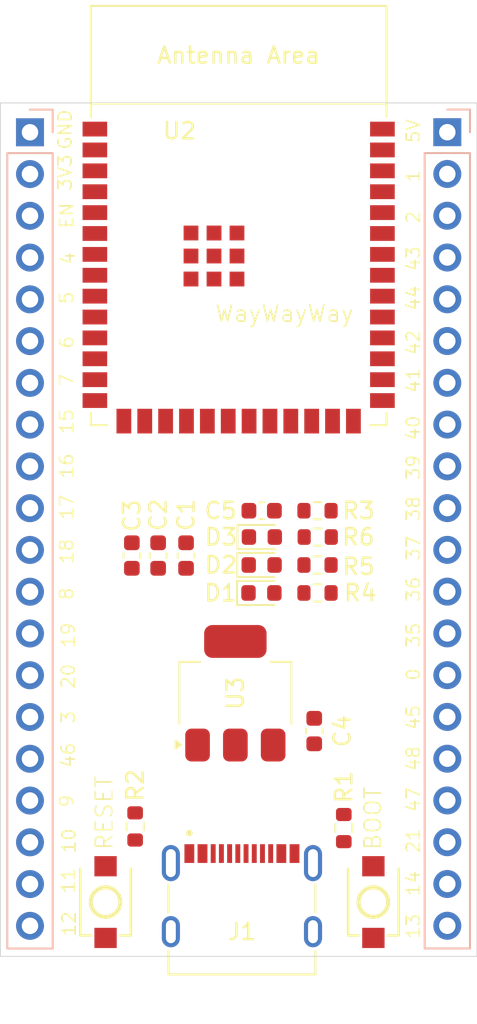
<source format=kicad_pcb>
(kicad_pcb (version 20241229) (generator "pcbnew") (generator_version "9.0")
  (layers (0 "F.Cu" signal) (2 "B.Cu" signal) (13 "F.Paste" user) (15 "B.Paste" user) (5 "F.SilkS" user "F.Silkscreen") (7 "B.SilkS" user "B.Silkscreen") (1 "F.Mask" user) (3 "B.Mask" user) (25 "Edge.Cuts" user))
  (net 0 "")
  (net 1 "GND")
  (net 2 "+3V3")
  (net 3 "+5V")
  (net 4 "EN")
  (net 6 "D-")
  (net 7 "Net-(J1-CC1)")
  (net 8 "D+")
  (net 9 "Net-(J1-CC2)")
  (net 11 "GPIO11")
  (net 12 "GPIO46")
  (net 13 "GPIO10")
  (net 14 "GPIO6")
  (net 15 "GPIO9")
  (net 16 "GPIO5")
  (net 17 "GPIO12")
  (net 18 "GPIO18")
  (net 19 "GPIO16")
  (net 20 "GPIO15")
  (net 21 "GPIO7")
  (net 22 "GPIO8")
  (net 23 "GPIO4")
  (net 24 "GPIO3")
  (net 25 "GPIO17")
  (net 26 "GPIO40")
  (net 27 "GPIO45")
  (net 28 "GPIO41")
  (net 29 "GPIO0")
  (net 30 "GPIO38")
  (net 31 "GPIO2")
  (net 32 "GPIO39")
  (net 33 "GPIO36")
  (net 34 "GPIO47")
  (net 35 "GPIO35")
  (net 36 "GPIO13")
  (net 37 "GPIO44")
  (net 38 "GPIO14")
  (net 39 "GPIO37")
  (net 40 "GPIO1")
  (net 41 "GPIO21")
  (net 42 "GPIO48")
  (net 43 "GPIO42")
  (net 44 "GPIO43")
  (net 45 "Net-(D1-A)")
  (net 46 "Net-(D2-A)")
  (net 47 "Net-(D3-A)")
  (footprint "Resistor_SMD:R_0603_1608Metric" (layer "F.Cu") (at 133.4 85.5 -90)
    (property "Reference" "R1" (at -2.5 0 90) (layer "F.SilkS"))
    (property "Value" "5.1K")
    (fp_line (start -0.237258 0.5225) (end 0.237258 0.5225) (stroke (width 0.12)) (layer "F.SilkS"))
    (fp_line (start -0.237258 -0.5225) (end 0.237258 -0.5225) (stroke (width 0.12)) (layer "F.SilkS"))
    (pad "1" smd roundrect (at -0.825 0 270) (size 0.8 0.95) (layers "F.Cu" "F.Mask" "F.Paste") (net 9 "Net-(J1-CC2)"))
    (pad "2" smd roundrect (at 0.825 0 270) (size 0.8 0.95) (layers "F.Cu" "F.Mask" "F.Paste") (net 1 "GND"))
  )
  (footprint "easyeda2kicad:SW-SMD_L3.9-W3.0-P4.45" (layer "F.Cu") (at 135.2 90 90)
    (property "Reference" "SW2" (hide yes))
    (property "Value" "TS-1088-AR02016")
    (fp_line (start 2.03 -1.54) (end -2.03 -1.54) (stroke (width 0.15)) (layer "F.SilkS"))
    (fp_line (start -2.03 -1.54) (end -2.03 -0.88) (stroke (width 0.15)) (layer "F.SilkS"))
    (fp_line (start 2.03 1.54) (end -2.03 1.54) (stroke (width 0.15)) (layer "F.SilkS"))
    (fp_line (start -2.03 1.54) (end -2.03 0.88) (stroke (width 0.15)) (layer "F.SilkS"))
    (fp_circle (center 0 0) (end 0.9 0) (stroke (width 0.25)) (fill no) (layer "F.SilkS"))
    (pad "1" smd rect (at -2.18 0 90) (size 1.23 1.36) (layers "F.Cu" "F.Mask" "F.Paste") (net 1 "GND"))
    (pad "2" smd rect (at 2.18 0 90) (size 1.23 1.36) (layers "F.Cu" "F.Mask" "F.Paste") (net 29 "GPIO0"))
  )
  (footprint "LED_SMD:LED_0603_1608Metric" (layer "F.Cu") (at 128.4125 67.8)
    (property "Reference" "D3" (at -2.4875 0 0) (layer "F.SilkS"))
    (property "Value" "BLUE")
    (fp_line (start -1.485 -0.735) (end -1.485 0.735) (stroke (width 0.12)) (layer "F.SilkS"))
    (fp_line (start -1.485 0.735) (end 0.8 0.735) (stroke (width 0.12)) (layer "F.SilkS"))
    (fp_line (start 0.8 -0.735) (end -1.485 -0.735) (stroke (width 0.12)) (layer "F.SilkS"))
    (pad "1" smd roundrect (at -0.7875 0) (size 0.875 0.95) (layers "F.Cu" "F.Mask" "F.Paste") (net 1 "GND"))
    (pad "2" smd roundrect (at 0.7875 0) (size 0.875 0.95) (layers "F.Cu" "F.Mask" "F.Paste") (net 47 "Net-(D3-A)"))
  )
  (footprint "Capacitor_SMD:C_0603_1608Metric" (layer "F.Cu") (at 120.5 68.925 -90)
    (property "Reference" "C3" (at -2.425 0 90) (layer "F.SilkS"))
    (property "Value" "100n")
    (fp_line (start -0.14058 0.51) (end 0.14058 0.51) (stroke (width 0.12)) (layer "F.SilkS"))
    (fp_line (start -0.14058 -0.51) (end 0.14058 -0.51) (stroke (width 0.12)) (layer "F.SilkS"))
    (pad "1" smd roundrect (at -0.775 0 270) (size 0.9 0.95) (layers "F.Cu" "F.Mask" "F.Paste") (net 2 "+3V3"))
    (pad "2" smd roundrect (at 0.775 0 270) (size 0.9 0.95) (layers "F.Cu" "F.Mask" "F.Paste") (net 1 "GND"))
  )
  (footprint "TYPE-C-31-M-12:HRO_TYPE-C-31-M-12" (layer "F.Cu") (at 127.2 91.8)
    (property "Reference" "J1" (at 0 0 0) (layer "F.SilkS"))
    (property "Value" "TYPE-C-31-M-12")
    (fp_line (start -4.47 -2.85) (end -4.47 -1.17) (stroke (width 0.127)) (layer "F.SilkS"))
    (fp_line (start -4.47 2.6) (end -4.47 1.17) (stroke (width 0.127)) (layer "F.SilkS"))
    (fp_line (start -4.47 2.6) (end 4.47 2.6) (stroke (width 0.127)) (layer "F.SilkS"))
    (fp_line (start 4.47 -2.85) (end 4.47 -1.17) (stroke (width 0.127)) (layer "F.SilkS"))
    (fp_line (start 4.47 2.6) (end 4.47 1.17) (stroke (width 0.127)) (layer "F.SilkS"))
    (fp_circle (center -3.2 -6) (end -3.1 -6) (stroke (width 0.2)) (fill no) (layer "F.SilkS"))
    (pad "" np_thru_hole circle (at -2.89 -3.68) (size 0.6 0.6) (drill 0.6) (layers "*.Cu" "*.Mask") (clearance 0.2))
    (pad "" np_thru_hole circle (at 2.89 -3.68) (size 0.6 0.6) (drill 0.6) (layers "*.Cu" "*.Mask") (clearance 0.2))
    (pad "A1_B12" smd rect (at -3.2 -4.75) (size 0.6 1.14) (layers "F.Cu" "F.Paste") (net 1 "GND") (clearance 0.2))
    (pad "A4_B9" smd rect (at -2.4 -4.75) (size 0.6 1.14) (layers "F.Cu" "F.Paste") (net 3 "+5V") (clearance 0.2))
    (pad "A5" smd rect (at -1.25 -4.75) (size 0.3 1.14) (layers "F.Cu" "F.Paste") (net 7 "Net-(J1-CC1)"))
    (pad "A6" smd rect (at -0.25 -4.75) (size 0.3 1.14) (layers "F.Cu" "F.Paste") (net 8 "D+"))
    (pad "A7" smd rect (at 0.25 -4.75) (size 0.3 1.14) (layers "F.Cu" "F.Paste") (net 6 "D-"))
    (pad "A8" smd rect (at 1.25 -4.75) (size 0.3 1.14) (layers "F.Cu" "F.Paste"))
    (pad "B1_A12" smd rect (at 3.2 -4.75) (size 0.6 1.14) (layers "F.Cu" "F.Paste") (net 1 "GND") (clearance 0.2))
    (pad "B4_A9" smd rect (at 2.4 -4.75) (size 0.6 1.14) (layers "F.Cu" "F.Paste") (net 3 "+5V") (clearance 0.2))
    (pad "B5" smd rect (at 1.75 -4.75) (size 0.3 1.14) (layers "F.Cu" "F.Paste") (net 9 "Net-(J1-CC2)"))
    (pad "B6" smd rect (at 0.75 -4.75) (size 0.3 1.14) (layers "F.Cu" "F.Paste") (net 8 "D+"))
    (pad "B7" smd rect (at -0.75 -4.75) (size 0.3 1.14) (layers "F.Cu" "F.Paste") (net 6 "D-"))
    (pad "B8" smd rect (at -1.75 -4.75) (size 0.3 1.14) (layers "F.Cu" "F.Paste"))
    (pad "S1" thru_hole oval (at -4.325 -4.17) (size 1.1 2.2) (drill oval 0.6 1.7) (layers "*.Cu" "*.Mask") (net 1 "GND"))
    (pad "S2" thru_hole oval (at 4.325 -4.17) (size 1.1 2.2) (drill oval 0.6 1.7) (layers "*.Cu" "*.Mask") (net 1 "GND"))
    (pad "S3" thru_hole oval (at -4.325 0) (size 1.1 1.9) (drill oval 0.6 1.4) (layers "*.Cu" "*.Mask") (net 1 "GND"))
    (pad "S4" thru_hole oval (at 4.325 0) (size 1.1 1.9) (drill oval 0.6 1.4) (layers "*.Cu" "*.Mask") (net 1 "GND"))
  )
  (footprint "LED_SMD:LED_0603_1608Metric" (layer "F.Cu") (at 128.4 69.5)
    (property "Reference" "D2" (at -2.475 0 0) (layer "F.SilkS"))
    (property "Value" "GREEN")
    (fp_line (start -1.485 -0.735) (end -1.485 0.735) (stroke (width 0.12)) (layer "F.SilkS"))
    (fp_line (start -1.485 0.735) (end 0.8 0.735) (stroke (width 0.12)) (layer "F.SilkS"))
    (fp_line (start 0.8 -0.735) (end -1.485 -0.735) (stroke (width 0.12)) (layer "F.SilkS"))
    (pad "1" smd roundrect (at -0.7875 0) (size 0.875 0.95) (layers "F.Cu" "F.Mask" "F.Paste") (net 1 "GND"))
    (pad "2" smd roundrect (at 0.7875 0) (size 0.875 0.95) (layers "F.Cu" "F.Mask" "F.Paste") (net 46 "Net-(D2-A)"))
  )
  (footprint "Package_TO_SOT_SMD:SOT-223-3_TabPin2" (layer "F.Cu") (at 126.8 77.3 90)
    (property "Reference" "U3" (at 0 0 90) (layer "F.SilkS"))
    (property "Value" "LD1117S33TR_SOT223")
    (fp_line (start 1.91 -3.41) (end 1.91 -2.15) (stroke (width 0.12)) (layer "F.SilkS"))
    (fp_line (start -1.85 -3.41) (end 1.91 -3.41) (stroke (width 0.12)) (layer "F.SilkS"))
    (fp_line (start 1.91 3.41) (end 1.91 2.15) (stroke (width 0.12)) (layer "F.SilkS"))
    (fp_line (start -1.85 3.41) (end 1.91 3.41) (stroke (width 0.12)) (layer "F.SilkS"))
    (fp_poly (pts (xy -3.13 -3.31) (xy -3.37 -3.64) (xy -2.89 -3.64) (xy -3.13 -3.31)) (stroke (width 0.12)) (fill yes) (layer "F.SilkS"))
    (pad "1" smd roundrect (at -3.15 -2.3 90) (size 2 1.5) (layers "F.Cu" "F.Mask" "F.Paste") (net 1 "GND"))
    (pad "2" smd roundrect (at -3.15 0 90) (size 2 1.5) (layers "F.Cu" "F.Mask" "F.Paste") (net 2 "+3V3"))
    (pad "2" smd roundrect (at 3.15 0 90) (size 2 3.8) (layers "F.Cu" "F.Mask" "F.Paste") (net 2 "+3V3"))
    (pad "3" smd roundrect (at -3.15 2.3 90) (size 2 1.5) (layers "F.Cu" "F.Mask" "F.Paste") (net 3 "+5V"))
  )
  (footprint "Capacitor_SMD:C_0603_1608Metric" (layer "F.Cu") (at 128.4 66.2 180)
    (property "Reference" "C5" (at 2.5 0 0) (layer "F.SilkS"))
    (property "Value" "10u")
    (fp_line (start -0.14058 0.51) (end 0.14058 0.51) (stroke (width 0.12)) (layer "F.SilkS"))
    (fp_line (start -0.14058 -0.51) (end 0.14058 -0.51) (stroke (width 0.12)) (layer "F.SilkS"))
    (pad "1" smd roundrect (at -0.775 0 180) (size 0.9 0.95) (layers "F.Cu" "F.Mask" "F.Paste") (net 4 "EN"))
    (pad "2" smd roundrect (at 0.775 0 180) (size 0.9 0.95) (layers "F.Cu" "F.Mask" "F.Paste") (net 1 "GND"))
  )
  (footprint "Capacitor_SMD:C_0603_1608Metric" (layer "F.Cu") (at 122.1 68.925 -90)
    (property "Reference" "C2" (at -2.475 0 90) (layer "F.SilkS"))
    (property "Value" "22u")
    (fp_line (start -0.14058 0.51) (end 0.14058 0.51) (stroke (width 0.12)) (layer "F.SilkS"))
    (fp_line (start -0.14058 -0.51) (end 0.14058 -0.51) (stroke (width 0.12)) (layer "F.SilkS"))
    (pad "1" smd roundrect (at -0.775 0 270) (size 0.9 0.95) (layers "F.Cu" "F.Mask" "F.Paste") (net 2 "+3V3"))
    (pad "2" smd roundrect (at 0.775 0 270) (size 0.9 0.95) (layers "F.Cu" "F.Mask" "F.Paste") (net 1 "GND"))
  )
  (footprint "Resistor_SMD:R_0603_1608Metric" (layer "F.Cu") (at 131.8 69.5 180)
    (property "Reference" "R5" (at -2.5 -0.1 0) (layer "F.SilkS"))
    (property "Value" "5.1K")
    (fp_line (start -0.237258 0.5225) (end 0.237258 0.5225) (stroke (width 0.12)) (layer "F.SilkS"))
    (fp_line (start -0.237258 -0.5225) (end 0.237258 -0.5225) (stroke (width 0.12)) (layer "F.SilkS"))
    (pad "1" smd roundrect (at -0.825 0 180) (size 0.8 0.95) (layers "F.Cu" "F.Mask" "F.Paste") (net 2 "+3V3"))
    (pad "2" smd roundrect (at 0.825 0 180) (size 0.8 0.95) (layers "F.Cu" "F.Mask" "F.Paste") (net 46 "Net-(D2-A)"))
  )
  (footprint "Resistor_SMD:R_0603_1608Metric" (layer "F.Cu") (at 131.8125 67.8 180)
    (property "Reference" "R6" (at -2.475 0 0) (layer "F.SilkS"))
    (property "Value" "5.1K")
    (fp_line (start -0.237258 0.5225) (end 0.237258 0.5225) (stroke (width 0.12)) (layer "F.SilkS"))
    (fp_line (start -0.237258 -0.5225) (end 0.237258 -0.5225) (stroke (width 0.12)) (layer "F.SilkS"))
    (pad "1" smd roundrect (at -0.825 0 180) (size 0.8 0.95) (layers "F.Cu" "F.Mask" "F.Paste") (net 41 "GPIO21"))
    (pad "2" smd roundrect (at 0.825 0 180) (size 0.8 0.95) (layers "F.Cu" "F.Mask" "F.Paste") (net 47 "Net-(D3-A)"))
  )
  (footprint "easyeda2kicad:SW-SMD_L3.9-W3.0-P4.45" (layer "F.Cu") (at 118.9 90 90)
    (property "Reference" "SW1" (hide yes))
    (property "Value" "TS-1088-AR02016")
    (fp_line (start 2.03 -1.54) (end -2.03 -1.54) (stroke (width 0.15)) (layer "F.SilkS"))
    (fp_line (start -2.03 -1.54) (end -2.03 -0.88) (stroke (width 0.15)) (layer "F.SilkS"))
    (fp_line (start 2.03 1.54) (end -2.03 1.54) (stroke (width 0.15)) (layer "F.SilkS"))
    (fp_line (start -2.03 1.54) (end -2.03 0.88) (stroke (width 0.15)) (layer "F.SilkS"))
    (fp_circle (center 0 0) (end 0.9 0) (stroke (width 0.25)) (fill no) (layer "F.SilkS"))
    (pad "1" smd rect (at -2.18 0 90) (size 1.23 1.36) (layers "F.Cu" "F.Mask" "F.Paste") (net 1 "GND"))
    (pad "2" smd rect (at 2.18 0 90) (size 1.23 1.36) (layers "F.Cu" "F.Mask" "F.Paste") (net 4 "EN"))
  )
  (footprint "PCM_Espressif:ESP32-S3-WROOM-1" (layer "F.Cu") (at 127 51.25)
    (property "Reference" "U2" (at -3.6 -8.15 0) (layer "F.SilkS"))
    (property "Value" "ESP32-S3-WROOM-1")
    (fp_line (start -9 -15.75) (end -9 -9) (stroke (width 0.12)) (layer "F.SilkS"))
    (fp_line (start -9 -15.75) (end 9 -15.75) (stroke (width 0.12)) (layer "F.SilkS"))
    (fp_line (start -9 9) (end -9 9.75) (stroke (width 0.12)) (layer "F.SilkS"))
    (fp_line (start -9 9.75) (end -8 9.75) (stroke (width 0.12)) (layer "F.SilkS"))
    (fp_line (start 9 -15.75) (end 9 -9) (stroke (width 0.12)) (layer "F.SilkS"))
    (fp_line (start 9 -9.81) (end -9 -9.81) (stroke (width 0.12)) (layer "F.SilkS"))
    (fp_line (start 9 9) (end 9 9.75) (stroke (width 0.12)) (layer "F.SilkS"))
    (fp_line (start 9 9.75) (end 8 9.75) (stroke (width 0.12)) (layer "F.SilkS"))
    (fp_text user "Antenna Area" (at 0 -12.75 0) (layer "F.SilkS"))
    (pad "1" smd rect (at -8.75 -8.26) (size 1.5 0.9) (layers "F.Cu" "F.Mask" "F.Paste") (net 1 "GND"))
    (pad "2" smd rect (at -8.75 -6.99) (size 1.5 0.9) (layers "F.Cu" "F.Mask" "F.Paste") (net 2 "+3V3"))
    (pad "3" smd rect (at -8.75 -5.72) (size 1.5 0.9) (layers "F.Cu" "F.Mask" "F.Paste") (net 4 "EN"))
    (pad "4" smd rect (at -8.75 -4.45) (size 1.5 0.9) (layers "F.Cu" "F.Mask" "F.Paste") (net 23 "GPIO4"))
    (pad "5" smd rect (at -8.75 -3.18) (size 1.5 0.9) (layers "F.Cu" "F.Mask" "F.Paste") (net 16 "GPIO5"))
    (pad "6" smd rect (at -8.75 -1.91) (size 1.5 0.9) (layers "F.Cu" "F.Mask" "F.Paste") (net 14 "GPIO6"))
    (pad "7" smd rect (at -8.75 -0.64) (size 1.5 0.9) (layers "F.Cu" "F.Mask" "F.Paste") (net 21 "GPIO7"))
    (pad "8" smd rect (at -8.75 0.63) (size 1.5 0.9) (layers "F.Cu" "F.Mask" "F.Paste") (net 20 "GPIO15"))
    (pad "9" smd rect (at -8.75 1.9) (size 1.5 0.9) (layers "F.Cu" "F.Mask" "F.Paste") (net 19 "GPIO16"))
    (pad "10" smd rect (at -8.75 3.17) (size 1.5 0.9) (layers "F.Cu" "F.Mask" "F.Paste") (net 25 "GPIO17"))
    (pad "11" smd rect (at -8.75 4.44) (size 1.5 0.9) (layers "F.Cu" "F.Mask" "F.Paste") (net 18 "GPIO18"))
    (pad "12" smd rect (at -8.75 5.71) (size 1.5 0.9) (layers "F.Cu" "F.Mask" "F.Paste") (net 22 "GPIO8"))
    (pad "13" smd rect (at -8.75 6.98) (size 1.5 0.9) (layers "F.Cu" "F.Mask" "F.Paste") (net 6 "D-"))
    (pad "14" smd rect (at -8.75 8.25) (size 1.5 0.9) (layers "F.Cu" "F.Mask" "F.Paste") (net 8 "D+"))
    (pad "15" smd rect (at -6.985 9.5 90) (size 1.5 0.9) (layers "F.Cu" "F.Mask" "F.Paste") (net 24 "GPIO3"))
    (pad "16" smd rect (at -5.715 9.5 90) (size 1.5 0.9) (layers "F.Cu" "F.Mask" "F.Paste") (net 12 "GPIO46"))
    (pad "17" smd rect (at -4.445 9.5 90) (size 1.5 0.9) (layers "F.Cu" "F.Mask" "F.Paste") (net 15 "GPIO9"))
    (pad "18" smd rect (at -3.175 9.5 90) (size 1.5 0.9) (layers "F.Cu" "F.Mask" "F.Paste") (net 13 "GPIO10"))
    (pad "19" smd rect (at -1.905 9.5 90) (size 1.5 0.9) (layers "F.Cu" "F.Mask" "F.Paste") (net 11 "GPIO11"))
    (pad "20" smd rect (at -0.635 9.5 90) (size 1.5 0.9) (layers "F.Cu" "F.Mask" "F.Paste") (net 17 "GPIO12"))
    (pad "21" smd rect (at 0.635 9.5 90) (size 1.5 0.9) (layers "F.Cu" "F.Mask" "F.Paste") (net 36 "GPIO13"))
    (pad "22" smd rect (at 1.905 9.5 90) (size 1.5 0.9) (layers "F.Cu" "F.Mask" "F.Paste") (net 38 "GPIO14"))
    (pad "23" smd rect (at 3.175 9.5 90) (size 1.5 0.9) (layers "F.Cu" "F.Mask" "F.Paste") (net 41 "GPIO21"))
    (pad "24" smd rect (at 4.445 9.5 90) (size 1.5 0.9) (layers "F.Cu" "F.Mask" "F.Paste") (net 34 "GPIO47"))
    (pad "25" smd rect (at 5.715 9.5 90) (size 1.5 0.9) (layers "F.Cu" "F.Mask" "F.Paste") (net 42 "GPIO48"))
    (pad "26" smd rect (at 6.985 9.5 90) (size 1.5 0.9) (layers "F.Cu" "F.Mask" "F.Paste") (net 27 "GPIO45"))
    (pad "27" smd rect (at 8.75 8.25 180) (size 1.5 0.9) (layers "F.Cu" "F.Mask" "F.Paste") (net 29 "GPIO0"))
    (pad "28" smd rect (at 8.75 6.98 180) (size 1.5 0.9) (layers "F.Cu" "F.Mask" "F.Paste") (net 35 "GPIO35"))
    (pad "29" smd rect (at 8.75 5.71 180) (size 1.5 0.9) (layers "F.Cu" "F.Mask" "F.Paste") (net 33 "GPIO36"))
    (pad "30" smd rect (at 8.75 4.44 180) (size 1.5 0.9) (layers "F.Cu" "F.Mask" "F.Paste") (net 39 "GPIO37"))
    (pad "31" smd rect (at 8.75 3.17 180) (size 1.5 0.9) (layers "F.Cu" "F.Mask" "F.Paste") (net 30 "GPIO38"))
    (pad "32" smd rect (at 8.75 1.9 180) (size 1.5 0.9) (layers "F.Cu" "F.Mask" "F.Paste") (net 32 "GPIO39"))
    (pad "33" smd rect (at 8.75 0.63 180) (size 1.5 0.9) (layers "F.Cu" "F.Mask" "F.Paste") (net 26 "GPIO40"))
    (pad "34" smd rect (at 8.75 -0.64 180) (size 1.5 0.9) (layers "F.Cu" "F.Mask" "F.Paste") (net 28 "GPIO41"))
    (pad "35" smd rect (at 8.75 -1.91 180) (size 1.5 0.9) (layers "F.Cu" "F.Mask" "F.Paste") (net 43 "GPIO42"))
    (pad "36" smd rect (at 8.75 -3.18 180) (size 1.5 0.9) (layers "F.Cu" "F.Mask" "F.Paste") (net 37 "GPIO44"))
    (pad "37" smd rect (at 8.75 -4.45 180) (size 1.5 0.9) (layers "F.Cu" "F.Mask" "F.Paste") (net 44 "GPIO43"))
    (pad "38" smd rect (at 8.75 -5.72 180) (size 1.5 0.9) (layers "F.Cu" "F.Mask" "F.Paste") (net 31 "GPIO2"))
    (pad "39" smd rect (at 8.75 -6.99 180) (size 1.5 0.9) (layers "F.Cu" "F.Mask" "F.Paste") (net 40 "GPIO1"))
    (pad "40" smd rect (at 8.75 -8.26 180) (size 1.5 0.9) (layers "F.Cu" "F.Mask" "F.Paste") (net 1 "GND"))
    (pad "41" smd rect (at -2.9 -1.94 180) (size 0.9 0.9) (layers "F.Cu" "F.Mask" "F.Paste") (net 1 "GND"))
    (pad "41" smd rect (at -2.9 -0.54 180) (size 0.9 0.9) (layers "F.Cu" "F.Mask" "F.Paste") (net 1 "GND"))
    (pad "41" smd rect (at -2.9 0.86 180) (size 0.9 0.9) (layers "F.Cu" "F.Mask" "F.Paste") (net 1 "GND"))
    (pad "41" smd rect (at -2.9 0.86 180) (size 0.9 0.9) (layers "F.Cu" "F.Mask" "F.Paste") (net 1 "GND"))
    (pad "41" smd rect (at -1.5 -1.94 180) (size 0.9 0.9) (layers "F.Cu" "F.Mask" "F.Paste") (net 1 "GND"))
    (pad "41" smd rect (at -1.5 -1.94 180) (size 0.9 0.9) (layers "F.Cu" "F.Mask" "F.Paste") (net 1 "GND"))
    (pad "41" smd rect (at -1.5 -0.54 180) (size 0.9 0.9) (layers "F.Cu" "F.Mask" "F.Paste") (net 1 "GND"))
    (pad "41" smd rect (at -1.5 0.86 180) (size 0.9 0.9) (layers "F.Cu" "F.Mask" "F.Paste") (net 1 "GND"))
    (pad "41" smd rect (at -0.1 -1.94 180) (size 0.9 0.9) (layers "F.Cu" "F.Mask" "F.Paste") (net 1 "GND"))
    (pad "41" smd rect (at -0.1 -0.54 180) (size 0.9 0.9) (layers "F.Cu" "F.Mask" "F.Paste") (net 1 "GND"))
    (pad "41" smd rect (at -0.1 0.86 180) (size 0.9 0.9) (layers "F.Cu" "F.Mask" "F.Paste") (net 1 "GND"))
  )
  (footprint "Resistor_SMD:R_0603_1608Metric" (layer "F.Cu") (at 131.8 71.2 180)
    (property "Reference" "R4" (at -2.6 0 0) (layer "F.SilkS"))
    (property "Value" "5.1K")
    (fp_line (start -0.237258 0.5225) (end 0.237258 0.5225) (stroke (width 0.12)) (layer "F.SilkS"))
    (fp_line (start -0.237258 -0.5225) (end 0.237258 -0.5225) (stroke (width 0.12)) (layer "F.SilkS"))
    (pad "1" smd roundrect (at -0.825 0 180) (size 0.8 0.95) (layers "F.Cu" "F.Mask" "F.Paste") (net 3 "+5V"))
    (pad "2" smd roundrect (at 0.825 0 180) (size 0.8 0.95) (layers "F.Cu" "F.Mask" "F.Paste") (net 45 "Net-(D1-A)"))
  )
  (footprint "Capacitor_SMD:C_0603_1608Metric" (layer "F.Cu") (at 123.8 68.925 -90)
    (property "Reference" "C1" (at -2.475 0 90) (layer "F.SilkS"))
    (property "Value" "10u")
    (fp_line (start -0.14058 0.51) (end 0.14058 0.51) (stroke (width 0.12)) (layer "F.SilkS"))
    (fp_line (start -0.14058 -0.51) (end 0.14058 -0.51) (stroke (width 0.12)) (layer "F.SilkS"))
    (pad "1" smd roundrect (at -0.775 0 270) (size 0.9 0.95) (layers "F.Cu" "F.Mask" "F.Paste") (net 2 "+3V3"))
    (pad "2" smd roundrect (at 0.775 0 270) (size 0.9 0.95) (layers "F.Cu" "F.Mask" "F.Paste") (net 1 "GND"))
  )
  (footprint "Resistor_SMD:R_0603_1608Metric" (layer "F.Cu") (at 131.8 66.2 180)
    (property "Reference" "R3" (at -2.5 0 0) (layer "F.SilkS"))
    (property "Value" "5.1K")
    (fp_line (start -0.237258 0.5225) (end 0.237258 0.5225) (stroke (width 0.12)) (layer "F.SilkS"))
    (fp_line (start -0.237258 -0.5225) (end 0.237258 -0.5225) (stroke (width 0.12)) (layer "F.SilkS"))
    (pad "1" smd roundrect (at -0.825 0 180) (size 0.8 0.95) (layers "F.Cu" "F.Mask" "F.Paste") (net 2 "+3V3"))
    (pad "2" smd roundrect (at 0.825 0 180) (size 0.8 0.95) (layers "F.Cu" "F.Mask" "F.Paste") (net 4 "EN"))
  )
  (footprint "LED_SMD:LED_0603_1608Metric" (layer "F.Cu") (at 128.3875 71.2)
    (property "Reference" "D1" (at -2.4875 0 0) (layer "F.SilkS"))
    (property "Value" "RED")
    (fp_line (start -1.485 -0.735) (end -1.485 0.735) (stroke (width 0.12)) (layer "F.SilkS"))
    (fp_line (start -1.485 0.735) (end 0.8 0.735) (stroke (width 0.12)) (layer "F.SilkS"))
    (fp_line (start 0.8 -0.735) (end -1.485 -0.735) (stroke (width 0.12)) (layer "F.SilkS"))
    (pad "1" smd roundrect (at -0.7875 0) (size 0.875 0.95) (layers "F.Cu" "F.Mask" "F.Paste") (net 1 "GND"))
    (pad "2" smd roundrect (at 0.7875 0) (size 0.875 0.95) (layers "F.Cu" "F.Mask" "F.Paste") (net 45 "Net-(D1-A)"))
  )
  (footprint "Resistor_SMD:R_0603_1608Metric" (layer "F.Cu") (at 120.7 85.4 -90)
    (property "Reference" "R2" (at -2.5 0 90) (layer "F.SilkS"))
    (property "Value" "5.1K")
    (fp_line (start -0.237258 0.5225) (end 0.237258 0.5225) (stroke (width 0.12)) (layer "F.SilkS"))
    (fp_line (start -0.237258 -0.5225) (end 0.237258 -0.5225) (stroke (width 0.12)) (layer "F.SilkS"))
    (pad "1" smd roundrect (at -0.825 0 270) (size 0.8 0.95) (layers "F.Cu" "F.Mask" "F.Paste") (net 7 "Net-(J1-CC1)"))
    (pad "2" smd roundrect (at 0.825 0 270) (size 0.8 0.95) (layers "F.Cu" "F.Mask" "F.Paste") (net 1 "GND"))
  )
  (footprint "Capacitor_SMD:C_0603_1608Metric" (layer "F.Cu") (at 131.6 79.6 90)
    (property "Reference" "C4" (at 0 1.7 90) (layer "F.SilkS"))
    (property "Value" "10u")
    (fp_line (start -0.14058 -0.51) (end 0.14058 -0.51) (stroke (width 0.12)) (layer "F.SilkS"))
    (fp_line (start -0.14058 0.51) (end 0.14058 0.51) (stroke (width 0.12)) (layer "F.SilkS"))
    (pad "1" smd roundrect (at -0.775 0 90) (size 0.9 0.95) (layers "F.Cu" "F.Mask" "F.Paste") (net 3 "+5V"))
    (pad "2" smd roundrect (at 0.775 0 90) (size 0.9 0.95) (layers "F.Cu" "F.Mask" "F.Paste") (net 1 "GND"))
  )
  (footprint "Connector_PinHeader_2.54mm:PinHeader_1x20_P2.54mm_Vertical" (layer "B.Cu") (at 139.7 43.18 180)
    (property "Reference" "J3" (hide yes))
    (property "Value" "Conn_01x20_Pin" (hide yes))
    (fp_line (start 1.38 -1.27) (end 1.38 -49.64) (stroke (width 0.12)) (layer "B.SilkS"))
    (fp_line (start -1.38 1.38) (end 0 1.38) (stroke (width 0.12)) (layer "B.SilkS"))
    (fp_line (start -1.38 0) (end -1.38 1.38) (stroke (width 0.12)) (layer "B.SilkS"))
    (fp_line (start -1.38 -1.27) (end 1.38 -1.27) (stroke (width 0.12)) (layer "B.SilkS"))
    (fp_line (start -1.38 -1.27) (end -1.38 -49.64) (stroke (width 0.12)) (layer "B.SilkS"))
    (fp_line (start -1.38 -49.64) (end 1.38 -49.64) (stroke (width 0.12)) (layer "B.SilkS"))
    (pad "1" thru_hole rect (at 0 0 180) (size 1.7 1.7) (drill 1) (layers "*.Cu" "*.Mask") (net 3 "+5V"))
    (pad "2" thru_hole circle (at 0 -2.54 180) (size 1.7 1.7) (drill 1) (layers "*.Cu" "*.Mask") (net 40 "GPIO1"))
    (pad "3" thru_hole circle (at 0 -5.08 180) (size 1.7 1.7) (drill 1) (layers "*.Cu" "*.Mask") (net 31 "GPIO2"))
    (pad "4" thru_hole circle (at 0 -7.62 180) (size 1.7 1.7) (drill 1) (layers "*.Cu" "*.Mask") (net 44 "GPIO43"))
    (pad "5" thru_hole circle (at 0 -10.16 180) (size 1.7 1.7) (drill 1) (layers "*.Cu" "*.Mask") (net 37 "GPIO44"))
    (pad "6" thru_hole circle (at 0 -12.7 180) (size 1.7 1.7) (drill 1) (layers "*.Cu" "*.Mask") (net 43 "GPIO42"))
    (pad "7" thru_hole circle (at 0 -15.24 180) (size 1.7 1.7) (drill 1) (layers "*.Cu" "*.Mask") (net 28 "GPIO41"))
    (pad "8" thru_hole circle (at 0 -17.78 180) (size 1.7 1.7) (drill 1) (layers "*.Cu" "*.Mask") (net 26 "GPIO40"))
    (pad "9" thru_hole circle (at 0 -20.32 180) (size 1.7 1.7) (drill 1) (layers "*.Cu" "*.Mask") (net 32 "GPIO39"))
    (pad "10" thru_hole circle (at 0 -22.86 180) (size 1.7 1.7) (drill 1) (layers "*.Cu" "*.Mask") (net 30 "GPIO38"))
    (pad "11" thru_hole circle (at 0 -25.4 180) (size 1.7 1.7) (drill 1) (layers "*.Cu" "*.Mask") (net 39 "GPIO37"))
    (pad "12" thru_hole circle (at 0 -27.94 180) (size 1.7 1.7) (drill 1) (layers "*.Cu" "*.Mask") (net 33 "GPIO36"))
    (pad "13" thru_hole circle (at 0 -30.48 180) (size 1.7 1.7) (drill 1) (layers "*.Cu" "*.Mask") (net 35 "GPIO35"))
    (pad "14" thru_hole circle (at 0 -33.02 180) (size 1.7 1.7) (drill 1) (layers "*.Cu" "*.Mask") (net 29 "GPIO0"))
    (pad "15" thru_hole circle (at 0 -35.56 180) (size 1.7 1.7) (drill 1) (layers "*.Cu" "*.Mask") (net 27 "GPIO45"))
    (pad "16" thru_hole circle (at 0 -38.1 180) (size 1.7 1.7) (drill 1) (layers "*.Cu" "*.Mask") (net 42 "GPIO48"))
    (pad "17" thru_hole circle (at 0 -40.64 180) (size 1.7 1.7) (drill 1) (layers "*.Cu" "*.Mask") (net 34 "GPIO47"))
    (pad "18" thru_hole circle (at 0 -43.18 180) (size 1.7 1.7) (drill 1) (layers "*.Cu" "*.Mask") (net 41 "GPIO21"))
    (pad "19" thru_hole circle (at 0 -45.72 180) (size 1.7 1.7) (drill 1) (layers "*.Cu" "*.Mask") (net 38 "GPIO14"))
    (pad "20" thru_hole circle (at 0 -48.26 180) (size 1.7 1.7) (drill 1) (layers "*.Cu" "*.Mask") (net 36 "GPIO13"))
  )
  (footprint "Connector_PinHeader_2.54mm:PinHeader_1x20_P2.54mm_Vertical" (layer "B.Cu") (at 114.3 43.185 180)
    (property "Reference" "J2" (hide yes))
    (property "Value" "Conn_01x20_Pin" (hide yes))
    (fp_line (start 1.38 -1.27) (end 1.38 -49.64) (stroke (width 0.12)) (layer "B.SilkS"))
    (fp_line (start -1.38 1.38) (end 0 1.38) (stroke (width 0.12)) (layer "B.SilkS"))
    (fp_line (start -1.38 0) (end -1.38 1.38) (stroke (width 0.12)) (layer "B.SilkS"))
    (fp_line (start -1.38 -1.27) (end 1.38 -1.27) (stroke (width 0.12)) (layer "B.SilkS"))
    (fp_line (start -1.38 -1.27) (end -1.38 -49.64) (stroke (width 0.12)) (layer "B.SilkS"))
    (fp_line (start -1.38 -49.64) (end 1.38 -49.64) (stroke (width 0.12)) (layer "B.SilkS"))
    (pad "1" thru_hole rect (at 0 0 180) (size 1.7 1.7) (drill 1) (layers "*.Cu" "*.Mask") (net 1 "GND"))
    (pad "2" thru_hole circle (at 0 -2.54 180) (size 1.7 1.7) (drill 1) (layers "*.Cu" "*.Mask") (net 2 "+3V3"))
    (pad "3" thru_hole circle (at 0 -5.08 180) (size 1.7 1.7) (drill 1) (layers "*.Cu" "*.Mask") (net 4 "EN"))
    (pad "4" thru_hole circle (at 0 -7.62 180) (size 1.7 1.7) (drill 1) (layers "*.Cu" "*.Mask") (net 23 "GPIO4"))
    (pad "5" thru_hole circle (at 0 -10.16 180) (size 1.7 1.7) (drill 1) (layers "*.Cu" "*.Mask") (net 16 "GPIO5"))
    (pad "6" thru_hole circle (at 0 -12.7 180) (size 1.7 1.7) (drill 1) (layers "*.Cu" "*.Mask") (net 14 "GPIO6"))
    (pad "7" thru_hole circle (at 0 -15.24 180) (size 1.7 1.7) (drill 1) (layers "*.Cu" "*.Mask") (net 21 "GPIO7"))
    (pad "8" thru_hole circle (at 0 -17.78 180) (size 1.7 1.7) (drill 1) (layers "*.Cu" "*.Mask") (net 20 "GPIO15"))
    (pad "9" thru_hole circle (at 0 -20.32 180) (size 1.7 1.7) (drill 1) (layers "*.Cu" "*.Mask") (net 19 "GPIO16"))
    (pad "10" thru_hole circle (at 0 -22.86 180) (size 1.7 1.7) (drill 1) (layers "*.Cu" "*.Mask") (net 25 "GPIO17"))
    (pad "11" thru_hole circle (at 0 -25.4 180) (size 1.7 1.7) (drill 1) (layers "*.Cu" "*.Mask") (net 18 "GPIO18"))
    (pad "12" thru_hole circle (at 0 -27.94 180) (size 1.7 1.7) (drill 1) (layers "*.Cu" "*.Mask") (net 22 "GPIO8"))
    (pad "13" thru_hole circle (at 0 -30.48 180) (size 1.7 1.7) (drill 1) (layers "*.Cu" "*.Mask") (net 6 "D-"))
    (pad "14" thru_hole circle (at 0 -33.02 180) (size 1.7 1.7) (drill 1) (layers "*.Cu" "*.Mask") (net 8 "D+"))
    (pad "15" thru_hole circle (at 0 -35.56 180) (size 1.7 1.7) (drill 1) (layers "*.Cu" "*.Mask") (net 24 "GPIO3"))
    (pad "16" thru_hole circle (at 0 -38.1 180) (size 1.7 1.7) (drill 1) (layers "*.Cu" "*.Mask") (net 12 "GPIO46"))
    (pad "17" thru_hole circle (at 0 -40.64 180) (size 1.7 1.7) (drill 1) (layers "*.Cu" "*.Mask") (net 15 "GPIO9"))
    (pad "18" thru_hole circle (at 0 -43.18 180) (size 1.7 1.7) (drill 1) (layers "*.Cu" "*.Mask") (net 13 "GPIO10"))
    (pad "19" thru_hole circle (at 0 -45.72 180) (size 1.7 1.7) (drill 1) (layers "*.Cu" "*.Mask") (net 11 "GPIO11"))
    (pad "20" thru_hole circle (at 0 -48.26 180) (size 1.7 1.7) (drill 1) (layers "*.Cu" "*.Mask") (net 17 "GPIO12"))
  )
  (gr_rect (start 112.5 41.4) (end 141.5 93.3) (stroke (width 0.05)) (fill no) (layer "Edge.Cuts"))
  (gr_text "BOOT" (at 135.751967 86.906179 90) (layer "F.SilkS") (effects (font (size 1 1) (thickness 0.1)) (justify left bottom)))
  (gr_text "37" (at 138.1 69.3 90) (layer "F.SilkS") (effects (font (size 0.8 0.8) (thickness 0.1)) (justify left bottom)))
  (gr_text "18" (at 117 69.5 90) (layer "F.SilkS") (effects (font (size 0.8 0.8) (thickness 0.1)) (justify left bottom)))
  (gr_text "12" (at 117.14863 92.156881 90) (layer "F.SilkS") (effects (font (size 0.8 0.8) (thickness 0.1)) (justify left bottom)))
  (gr_text "15" (at 117 61.6 90) (layer "F.SilkS") (effects (font (size 0.8 0.8) (thickness 0.1)) (justify left bottom)))
  (gr_text "20" (at 117.1 77.1 90) (layer "F.SilkS") (effects (font (size 0.8 0.8) (thickness 0.1)) (justify left bottom)))
  (gr_text "47" (at 138.1 84.6 90) (layer "F.SilkS") (effects (font (size 0.8 0.8) (thickness 0.1)) (justify left bottom)))
  (gr_text "6" (at 117 56.4 90) (layer "F.SilkS") (effects (font (size 0.8 0.8) (thickness 0.1)) (justify left bottom)))
  (gr_text "45" (at 138.1 79.6 90) (layer "F.SilkS") (effects (font (size 0.8 0.8) (thickness 0.1)) (justify left bottom)))
  (gr_text "10" (at 117.142717 87.1 90) (layer "F.SilkS") (effects (font (size 0.8 0.8) (thickness 0.1)) (justify left bottom)))
  (gr_text "3V3" (at 116.9 46.8 90) (layer "F.SilkS") (effects (font (size 0.8 0.8) (thickness 0.1)) (justify left bottom)))
  (gr_text "RESET" (at 119.4 86.9 90) (layer "F.SilkS") (effects (font (size 1 1) (thickness 0.1)) (justify left bottom)))
  (gr_text "5" (at 117 53.7 90) (layer "F.SilkS") (effects (font (size 0.8 0.8) (thickness 0.1)) (justify left bottom)))
  (gr_text "40" (at 138.1 62 90) (layer "F.SilkS") (effects (font (size 0.8 0.8) (thickness 0.1)) (justify left bottom)))
  (gr_text "9" (at 117 84.3 90) (layer "F.SilkS") (effects (font (size 0.8 0.8) (thickness 0.1)) (justify left bottom)))
  (gr_text "13" (at 138.1 92.3 90) (layer "F.SilkS") (effects (font (size 0.8 0.8) (thickness 0.1)) (justify left bottom)))
  (gr_text "1" (at 138.1 46.3 90) (layer "F.SilkS") (effects (font (size 0.8 0.8) (thickness 0.1)) (justify left bottom)))
  (gr_text "16" (at 117 64.3 90) (layer "F.SilkS") (effects (font (size 0.8 0.8) (thickness 0.1)) (justify left bottom)))
  (gr_text "21" (at 138.1 87.1 90) (layer "F.SilkS") (effects (font (size 0.8 0.8) (thickness 0.1)) (justify left bottom)))
  (gr_text "42" (at 138.1 56.8 90) (layer "F.SilkS") (effects (font (size 0.8 0.8) (thickness 0.1)) (justify left bottom)))
  (gr_text "36" (at 138.1 71.8 90) (layer "F.SilkS") (effects (font (size 0.8 0.8) (thickness 0.1)) (justify left bottom)))
  (gr_text "35" (at 138.1 74.6 90) (layer "F.SilkS") (effects (font (size 0.8 0.8) (thickness 0.1)) (justify left bottom)))
  (gr_text "8" (at 117 71.7 90) (layer "F.SilkS") (effects (font (size 0.8 0.8) (thickness 0.1)) (justify left bottom)))
  (gr_text "46" (at 117.1 81.9 90) (layer "F.SilkS") (effects (font (size 0.8 0.8) (thickness 0.1)) (justify left bottom)))
  (gr_text "48" (at 138.1 82.1 90) (layer "F.SilkS") (effects (font (size 0.8 0.8) (thickness 0.1)) (justify left bottom)))
  (gr_text "38" (at 138.1 66.9 90) (layer "F.SilkS") (effects (font (size 0.8 0.8) (thickness 0.1)) (justify left bottom)))
  (gr_text "7" (at 117 58.7 90) (layer "F.SilkS") (effects (font (size 0.8 0.8) (thickness 0.1)) (justify left bottom)))
  (gr_text "0" (at 138.1 76.6 90) (layer "F.SilkS") (effects (font (size 0.8 0.8) (thickness 0.1)) (justify left bottom)))
  (gr_text "44" (at 138.1 54.1 90) (layer "F.SilkS") (effects (font (size 0.8 0.8) (thickness 0.1)) (justify left bottom)))
  (gr_text "41" (at 138.1 59.1 90) (layer "F.SilkS") (effects (font (size 0.8 0.8) (thickness 0.1)) (justify left bottom)))
  (gr_text "19" (at 117.1 74.6 90) (layer "F.SilkS") (effects (font (size 0.8 0.8) (thickness 0.1)) (justify left bottom)))
  (gr_text "5V" (at 138.1 43.9 90) (layer "F.SilkS") (effects (font (size 0.8 0.8) (thickness 0.1)) (justify left bottom)))
  (gr_text "WayWayWay" (at 125.5 54.8 0) (layer "F.SilkS") (effects (font (size 1 1) (thickness 0.1)) (justify left bottom)))
  (gr_text "2" (at 138.1 48.8 90) (layer "F.SilkS") (effects (font (size 0.8 0.8) (thickness 0.1)) (justify left bottom)))
  (gr_text "EN" (at 117 49.1 90) (layer "F.SilkS") (effects (font (size 0.8 0.8) (thickness 0.1)) (justify left bottom)))
  (gr_text "17" (at 117 66.8 90) (layer "F.SilkS") (effects (font (size 0.8 0.8) (thickness 0.1)) (justify left bottom)))
  (gr_text "11" (at 117.105919 89.527613 90) (layer "F.SilkS") (effects (font (size 0.8 0.8) (thickness 0.1)) (justify left bottom)))
  (gr_text "14" (at 138.1 89.7 90) (layer "F.SilkS") (effects (font (size 0.8 0.8) (thickness 0.1)) (justify left bottom)))
  (gr_text "4" (at 117.1 51.3 90) (layer "F.SilkS") (effects (font (size 0.8 0.8) (thickness 0.1)) (justify left bottom)))
  (gr_text "3" (at 117.1 79.2 90) (layer "F.SilkS") (effects (font (size 0.8 0.8) (thickness 0.1)) (justify left bottom)))
  (gr_text "39" (at 138.1 64.4 90) (layer "F.SilkS") (effects (font (size 0.8 0.8) (thickness 0.1)) (justify left bottom)))
  (gr_text "GND" (at 116.9 44.3 90) (layer "F.SilkS") (effects (font (size 0.8 0.8) (thickness 0.1)) (justify left bottom)))
  (gr_text "43" (at 138.1 51.7 90) (layer "F.SilkS") (effects (font (size 0.8 0.8) (thickness 0.1)) (justify left bottom)))
)
</source>
